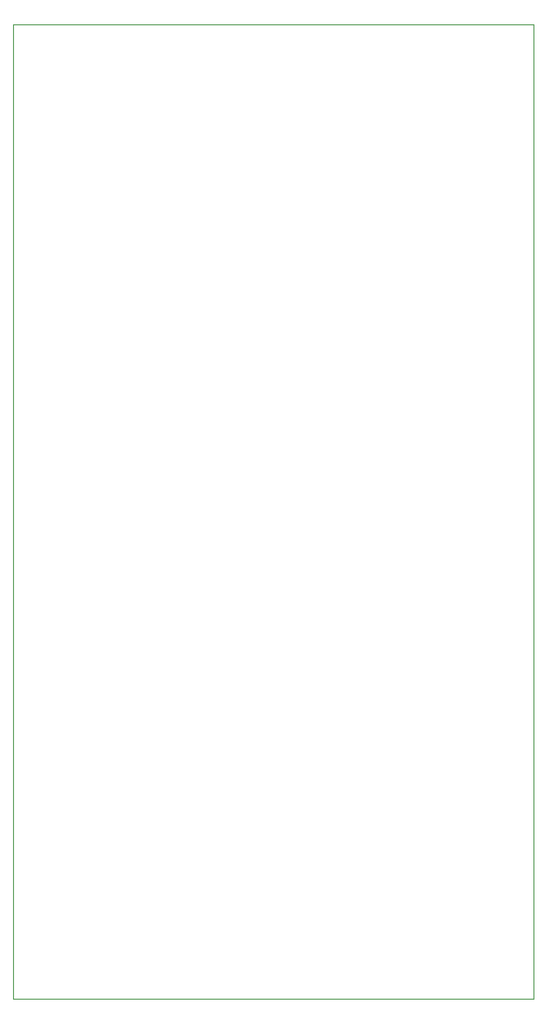
<source format=gm1>
G04*
G04 Format:               Gerber RS-274X*
G04 Layer:                BoardOutline*
G04 This File Name:       5 T-Amp - Stereo.gm1*
G04 Source File Name:     5 T-Amp - Stereo.pcb*
G04 Unique ID:            d56d88e7-26f9-4dda-b3b1-e3405f52b982*
G04 Generated Date:       Sunday, 02 June 2024 19:37:13*
G04*
G04 Created Using:        Robot Room Copper Connection v2.7.5443*
G04 Software Contact:     http://www.robotroom.com/CopperConnection/Support.aspx*
G04 License Number:       1685*
G04 Student Edition:      true*
G04*
G04 Zero Suppression:     Leading*
G04 Number Precision:     2.4*
G04*
%FSLAX24Y24*%
%MOIN*%
%LNBoardEdge*%
%ADD10R,.006X.006*%
D10*
G01X0Y72000D02*
X38500D01*
Y0D01*
X0D01*
Y72000D01*
M02*

</source>
